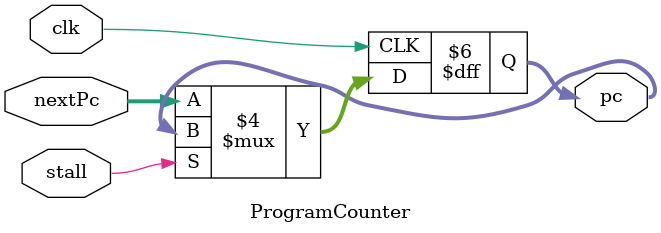
<source format=v>
/**
    This modules implements a 64-bit wide program counter, which is
        effectively just a D flip flop array. 
    @author Andrew Jones (https://github.com/AndrewJones-PSU)

    @param nextPc input of next state of the program counter
    @param clk input clock signal
    @param stall input signal for stalling the program counter
    @param pc output current state of the program counter
*/
module ProgramCounter(
    input [63:0] nextPc,
    input clk,
    input stall, 
    
    output reg [63:0] pc
);

    initial pc = 64'h0;

    always @(posedge clk)
        if (stall == 0)
            pc <= nextPc;

endmodule

</source>
